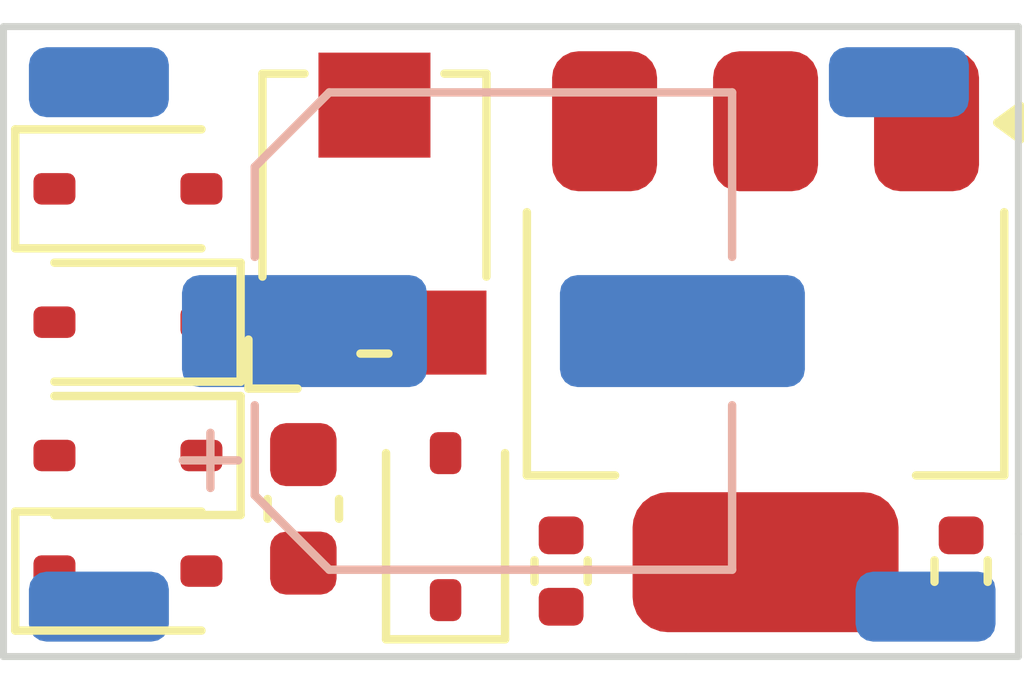
<source format=kicad_pcb>
(kicad_pcb (version 20240108) (generator "pcbnew") (generator_version "8.0")
  (layers (0 "F.Cu" signal) (31 "B.Cu" signal) (34 "B.Paste" user) (35 "F.Paste" user) (36 "B.SilkS" user "B.Silkscreen") (37 "F.SilkS" user "F.Silkscreen") (38 "B.Mask" user) (39 "F.Mask" user) (44 "Edge.Cuts" user))
  (net 0 "")
  (net 1 "VCC")
  (net 2 "GND")
  (net 3 "Net-(D5-A)")
  (net 4 "AC2")
  (net 5 "AC1")
  (net 6 "Net-(J3-Pin_1)")
  (net 7 "Net-(U1-VO)")
  (net 8 "Net-(R2-Pad1)")
  (footprint "Diode_SMD:D_SOD-323" (layer "F.Cu") (at 110.778 69.723 180)
    (property "Reference" "D4" (hide yes))
    (property "Value" "1N4148WS")
    (fp_line (start -1.61 0.85) (end 1.05 0.85) (stroke (width 0.12)) (layer "F.SilkS"))
    (fp_line (start -1.61 -0.85) (end 1.05 -0.85) (stroke (width 0.12)) (layer "F.SilkS"))
    (fp_line (start -1.61 -0.85) (end -1.61 0.85) (stroke (width 0.12)) (layer "F.SilkS"))
    (pad "1" smd roundrect (at -1.05 0 180) (size 0.6 0.45) (layers "F.Cu" "F.Paste" "F.Mask") (net 1 "VCC"))
    (pad "2" smd roundrect (at 1.05 0 180) (size 0.6 0.45) (layers "F.Cu" "F.Paste" "F.Mask") (net 5 "AC1"))
  )
  (footprint "Potentiometer_SMD:Potentiometer_Bourns_TC33X_Vertical" (layer "F.Cu") (at 114.3 68.072 90)
    (property "Reference" "RV1" (hide yes))
    (property "Value" "500R")
    (fp_line (start -1.9 -1.8) (end -2.6 -1.8) (stroke (width 0.12)) (layer "F.SilkS"))
    (fp_line (start -2.6 -1.8) (end -2.6 -1.1) (stroke (width 0.12)) (layer "F.SilkS"))
    (fp_line (start 1.9 -1.6) (end 1.9 -1) (stroke (width 0.12)) (layer "F.SilkS"))
    (fp_line (start -1 -1.6) (end 1.9 -1.6) (stroke (width 0.12)) (layer "F.SilkS"))
    (fp_line (start -2.1 -0.2) (end -2.1 0.2) (stroke (width 0.12)) (layer "F.SilkS"))
    (fp_line (start 1.9 1.6) (end 1.9 1) (stroke (width 0.12)) (layer "F.SilkS"))
    (fp_line (start -1 1.6) (end 1.9 1.6) (stroke (width 0.12)) (layer "F.SilkS"))
    (pad "1" smd rect (at -1.8 -1 90) (size 1.2 1.2) (layers "F.Cu" "F.Paste" "F.Mask") (net 6 "Net-(J3-Pin_1)"))
    (pad "2" smd rect (at 1.45 0 90) (size 1.5 1.6) (layers "F.Cu" "F.Paste" "F.Mask") (net 6 "Net-(J3-Pin_1)"))
    (pad "3" smd rect (at -1.8 1 90) (size 1.2 1.2) (layers "F.Cu" "F.Paste" "F.Mask") (net 8 "Net-(R2-Pad1)"))
  )
  (footprint "Diode_SMD:D_SOD-323" (layer "F.Cu") (at 110.778 73.279)
    (property "Reference" "D1" (hide yes))
    (property "Value" "1N4148WS")
    (fp_line (start -1.61 -0.85) (end -1.61 0.85) (stroke (width 0.12)) (layer "F.SilkS"))
    (fp_line (start -1.61 -0.85) (end 1.05 -0.85) (stroke (width 0.12)) (layer "F.SilkS"))
    (fp_line (start -1.61 0.85) (end 1.05 0.85) (stroke (width 0.12)) (layer "F.SilkS"))
    (pad "1" smd roundrect (at -1.05 0) (size 0.6 0.45) (layers "F.Cu" "F.Paste" "F.Mask") (net 4 "AC2"))
    (pad "2" smd roundrect (at 1.05 0) (size 0.6 0.45) (layers "F.Cu" "F.Paste" "F.Mask") (net 2 "GND"))
  )
  (footprint "Package_TO_SOT_SMD:SOT-223-3_TabPin2" (layer "F.Cu") (at 119.888 70.002 -90)
    (property "Reference" "U1" (hide yes))
    (property "Value" "LM317_SOT-223")
    (fp_line (start -1.85 3.41) (end 1.91 3.41) (stroke (width 0.12)) (layer "F.SilkS"))
    (fp_line (start 1.91 3.41) (end 1.91 2.15) (stroke (width 0.12)) (layer "F.SilkS"))
    (fp_line (start -1.85 -3.41) (end 1.91 -3.41) (stroke (width 0.12)) (layer "F.SilkS"))
    (fp_line (start 1.91 -3.41) (end 1.91 -2.15) (stroke (width 0.12)) (layer "F.SilkS"))
    (fp_poly (pts (xy -3.13 -3.31) (xy -3.37 -3.64) (xy -2.89 -3.64) (xy -3.13 -3.31)) (stroke (width 0.12)) (fill solid) (layer "F.SilkS"))
    (pad "1" smd roundrect (at -3.15 -2.3 270) (size 2 1.5) (layers "F.Cu" "F.Paste" "F.Mask") (net 6 "Net-(J3-Pin_1)"))
    (pad "2" smd roundrect (at -3.15 0 270) (size 2 1.5) (layers "F.Cu" "F.Paste" "F.Mask") (net 7 "Net-(U1-VO)"))
    (pad "2" smd roundrect (at 3.15 0 270) (size 2 3.8) (layers "F.Cu" "F.Paste" "F.Mask") (net 7 "Net-(U1-VO)"))
    (pad "3" smd roundrect (at -3.15 2.3 270) (size 2 1.5) (layers "F.Cu" "F.Paste" "F.Mask") (net 1 "VCC"))
  )
  (footprint "Capacitor_SMD:C_0603_1608Metric" (layer "F.Cu") (at 113.284 72.39 90)
    (property "Reference" "C1" (hide yes))
    (property "Value" "100nF")
    (fp_line (start -0.14058 -0.51) (end 0.14058 -0.51) (stroke (width 0.12)) (layer "F.SilkS"))
    (fp_line (start -0.14058 0.51) (end 0.14058 0.51) (stroke (width 0.12)) (layer "F.SilkS"))
    (pad "1" smd roundrect (at -0.775 0 90) (size 0.9 0.95) (layers "F.Cu" "F.Paste" "F.Mask") (net 2 "GND"))
    (pad "2" smd roundrect (at 0.775 0 90) (size 0.9 0.95) (layers "F.Cu" "F.Paste" "F.Mask") (net 1 "VCC"))
  )
  (footprint "Diode_SMD:D_SOD-323" (layer "F.Cu") (at 115.316 72.644 90)
    (property "Reference" "D5" (hide yes))
    (property "Value" "1N4148WS")
    (fp_line (start -1.61 -0.85) (end 1.05 -0.85) (stroke (width 0.12)) (layer "F.SilkS"))
    (fp_line (start -1.61 -0.85) (end -1.61 0.85) (stroke (width 0.12)) (layer "F.SilkS"))
    (fp_line (start -1.61 0.85) (end 1.05 0.85) (stroke (width 0.12)) (layer "F.SilkS"))
    (pad "1" smd roundrect (at -1.05 0 90) (size 0.6 0.45) (layers "F.Cu" "F.Paste" "F.Mask") (net 1 "VCC"))
    (pad "2" smd roundrect (at 1.05 0 90) (size 0.6 0.45) (layers "F.Cu" "F.Paste" "F.Mask") (net 3 "Net-(D5-A)"))
  )
  (footprint "Diode_SMD:D_SOD-323" (layer "F.Cu") (at 110.778 67.818)
    (property "Reference" "D2" (hide yes))
    (property "Value" "1N4148WS")
    (fp_line (start -1.61 -0.85) (end -1.61 0.85) (stroke (width 0.12)) (layer "F.SilkS"))
    (fp_line (start -1.61 -0.85) (end 1.05 -0.85) (stroke (width 0.12)) (layer "F.SilkS"))
    (fp_line (start -1.61 0.85) (end 1.05 0.85) (stroke (width 0.12)) (layer "F.SilkS"))
    (pad "1" smd roundrect (at -1.05 0) (size 0.6 0.45) (layers "F.Cu" "F.Paste" "F.Mask") (net 5 "AC1"))
    (pad "2" smd roundrect (at 1.05 0) (size 0.6 0.45) (layers "F.Cu" "F.Paste" "F.Mask") (net 2 "GND"))
  )
  (footprint "Diode_SMD:D_SOD-323" (layer "F.Cu") (at 110.778 71.628 180)
    (property "Reference" "D3" (hide yes))
    (property "Value" "1N4148WS")
    (fp_line (start -1.61 0.85) (end 1.05 0.85) (stroke (width 0.12)) (layer "F.SilkS"))
    (fp_line (start -1.61 -0.85) (end 1.05 -0.85) (stroke (width 0.12)) (layer "F.SilkS"))
    (fp_line (start -1.61 -0.85) (end -1.61 0.85) (stroke (width 0.12)) (layer "F.SilkS"))
    (pad "1" smd roundrect (at -1.05 0 180) (size 0.6 0.45) (layers "F.Cu" "F.Paste" "F.Mask") (net 1 "VCC"))
    (pad "2" smd roundrect (at 1.05 0 180) (size 0.6 0.45) (layers "F.Cu" "F.Paste" "F.Mask") (net 4 "AC2"))
  )
  (footprint "Resistor_SMD:R_0402_1005Metric" (layer "F.Cu") (at 116.967 73.279 -90)
    (property "Reference" "R1" (hide yes))
    (property "Value" "100R")
    (fp_line (start -0.153641 0.38) (end 0.153641 0.38) (stroke (width 0.12)) (layer "F.SilkS"))
    (fp_line (start -0.153641 -0.38) (end 0.153641 -0.38) (stroke (width 0.12)) (layer "F.SilkS"))
    (pad "1" smd roundrect (at -0.51 0 270) (size 0.54 0.64) (layers "F.Cu" "F.Paste" "F.Mask") (net 3 "Net-(D5-A)"))
    (pad "2" smd roundrect (at 0.51 0 270) (size 0.54 0.64) (layers "F.Cu" "F.Paste" "F.Mask") (net 1 "VCC"))
  )
  (footprint "Resistor_SMD:R_0402_1005Metric" (layer "F.Cu") (at 122.682 73.279 -90)
    (property "Reference" "R2" (hide yes))
    (property "Value" "100R")
    (fp_line (start -0.153641 0.38) (end 0.153641 0.38) (stroke (width 0.12)) (layer "F.SilkS"))
    (fp_line (start -0.153641 -0.38) (end 0.153641 -0.38) (stroke (width 0.12)) (layer "F.SilkS"))
    (pad "1" smd roundrect (at -0.51 0 270) (size 0.54 0.64) (layers "F.Cu" "F.Paste" "F.Mask") (net 8 "Net-(R2-Pad1)"))
    (pad "2" smd roundrect (at 0.51 0 270) (size 0.54 0.64) (layers "F.Cu" "F.Paste" "F.Mask") (net 7 "Net-(U1-VO)"))
  )
  (footprint "Capacitor_SMD:CP_Elec_6.3x7.7" (layer "B.Cu") (at 116 69.85)
    (property "Reference" "C2" (hide yes))
    (property "Value" "100uF")
    (fp_line (start -4.04375 1.45375) (end -4.04375 2.24125) (stroke (width 0.12)) (layer "B.SilkS"))
    (fp_line (start -3.65 1.8475) (end -4.4375 1.8475) (stroke (width 0.12)) (layer "B.SilkS"))
    (fp_line (start -3.41 -1.06) (end -3.41 -2.345563) (stroke (width 0.12)) (layer "B.SilkS"))
    (fp_line (start -3.41 1.06) (end -3.41 2.345563) (stroke (width 0.12)) (layer "B.SilkS"))
    (fp_line (start -2.345563 -3.41) (end -3.41 -2.345563) (stroke (width 0.12)) (layer "B.SilkS"))
    (fp_line (start -2.345563 3.41) (end -3.41 2.345563) (stroke (width 0.12)) (layer "B.SilkS"))
    (fp_line (start 3.41 -3.41) (end -2.345563 -3.41) (stroke (width 0.12)) (layer "B.SilkS"))
    (fp_line (start 3.41 -1.06) (end 3.41 -3.41) (stroke (width 0.12)) (layer "B.SilkS"))
    (fp_line (start 3.41 1.06) (end 3.41 3.41) (stroke (width 0.12)) (layer "B.SilkS"))
    (fp_line (start 3.41 3.41) (end -2.345563 3.41) (stroke (width 0.12)) (layer "B.SilkS"))
    (pad "1" smd roundrect (at -2.7 0) (size 3.5 1.6) (layers "B.Cu" "B.Paste" "B.Mask") (roundrect_rratio 0.15625) (net 3 "Net-(D5-A)"))
    (pad "2" smd roundrect (at 2.7 0) (size 3.5 1.6) (layers "B.Cu" "B.Paste" "B.Mask") (roundrect_rratio 0.15625) (net 2 "GND"))
  )
  (footprint "Connector_Wire:SolderWirePad_1x01_SMD_1x2mm" (layer "B.Cu") (at 110.363 66.294 90)
    (property "Reference" "J2" (hide yes))
    (property "Value" "Conn_01x01_Pin")
    (pad "1" smd roundrect (at 0 0 90) (size 1 2) (layers "B.Cu" "B.Paste" "B.Mask") (net 5 "AC1"))
  )
  (footprint "Connector_Wire:SolderWirePad_1x01_SMD_1x2mm" (layer "B.Cu") (at 122.174 73.787 90)
    (property "Reference" "J4" (hide yes))
    (property "Value" "Conn_01x01_Pin")
    (pad "1" smd roundrect (at 0 0 90) (size 1 2) (layers "B.Cu" "B.Paste" "B.Mask") (net 2 "GND"))
  )
  (footprint "Connector_Wire:SolderWirePad_1x01_SMD_1x2mm" (layer "B.Cu") (at 121.793 66.294 90)
    (property "Reference" "J3" (hide yes))
    (property "Value" "Conn_01x01_Pin")
    (pad "1" smd roundrect (at 0 0 90) (size 1 2) (layers "B.Cu" "B.Paste" "B.Mask") (net 6 "Net-(J3-Pin_1)"))
  )
  (footprint "Connector_Wire:SolderWirePad_1x01_SMD_1x2mm" (layer "B.Cu") (at 110.363 73.787 90)
    (property "Reference" "J1" (hide yes))
    (property "Value" "Conn_01x01_Pin")
    (pad "1" smd roundrect (at 0 0 90) (size 1 2) (layers "B.Cu" "B.Paste" "B.Mask") (net 4 "AC2"))
  )
  (gr_line (start 118.75 74.5) (end 109 74.5) (stroke (width 0.1)) (layer "Edge.Cuts"))
  (gr_line (start 123.5 65.5) (end 123.5 72.75) (stroke (width 0.1)) (layer "Edge.Cuts"))
  (gr_line (start 123.5 72.75) (end 123.5 74.5) (stroke (width 0.1)) (layer "Edge.Cuts"))
  (gr_line (start 109 74.5) (end 109 65.5) (stroke (width 0.1)) (layer "Edge.Cuts"))
  (gr_line (start 123.5 74.5) (end 118.75 74.5) (stroke (width 0.1)) (layer "Edge.Cuts"))
  (gr_line (start 109 65.5) (end 123.5 65.5) (stroke (width 0.1)) (layer "Edge.Cuts"))
)
</source>
